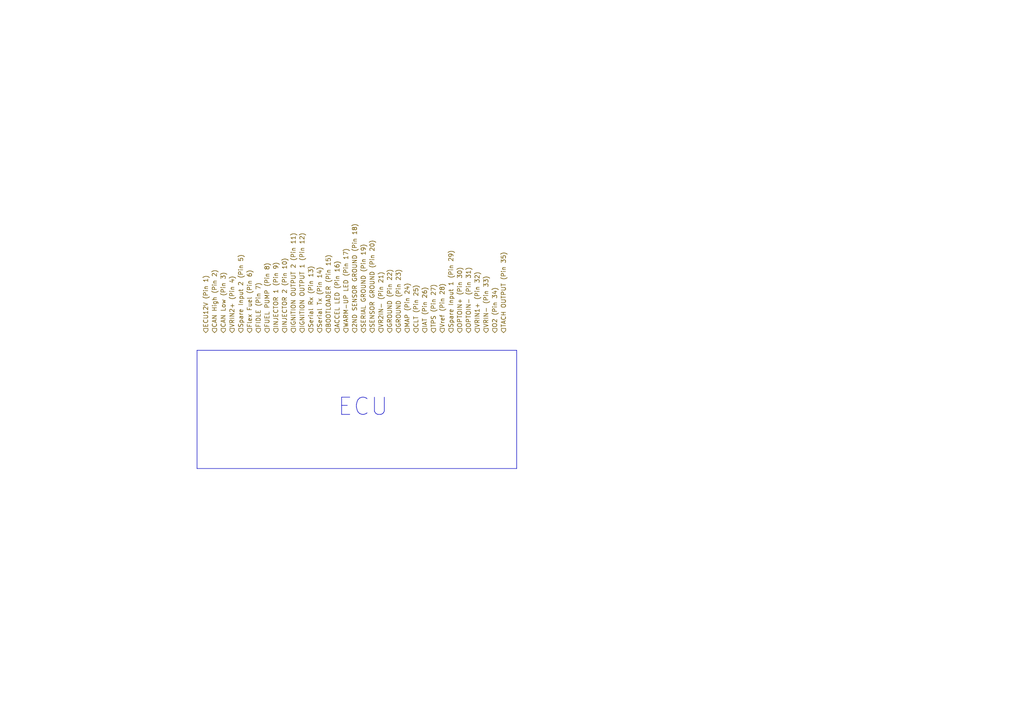
<source format=kicad_sch>
(kicad_sch (version 20230121) (generator eeschema)
  (paper "A4")
  (lib_symbols)
  (polyline (pts (xy 57.15 101.6) (xy 57.15 135.89)))
  (polyline (pts (xy 57.15 135.89) (xy 149.86 135.89)))
  (polyline (pts (xy 57.15 101.6) (xy 149.86 101.6)))
  (polyline (pts (xy 149.86 135.89) (xy 149.86 101.6)))
  (text "ECU\n\n\n" (at 97.79 137.16 0) (effects (font (size 5 5)) (justify left bottom)))
  (hierarchical_label "CAN Low (Pin 3)" (shape input) (at 64.77 96.52 90))
  (hierarchical_label "INJECTOR 2 (Pin 10)" (shape input) (at 82.55 96.52 90))
  (hierarchical_label "TACH OUTPUT (Pin 35)" (shape input) (at 146.05 96.52 90))
  (hierarchical_label "BOOTLOADER (Pin 15)" (shape input) (at 95.25 96.52 90))
  (hierarchical_label "Spare Input 1 (Pin 29)" (shape input) (at 130.81 96.52 90))
  (hierarchical_label "FUEL PUMP (Pin 8)" (shape input) (at 77.47 96.52 90))
  (hierarchical_label "ECU12V (Pin 1)" (shape input) (at 59.69 96.52 90))
  (hierarchical_label "VRIN2+ (Pin 4)" (shape input) (at 67.31 96.52 90))
  (hierarchical_label "OPTOIN- (Pin 31)" (shape input) (at 135.89 96.52 90))
  (hierarchical_label "OPTOIN+ (Pin 30)" (shape input) (at 133.35 96.52 90))
  (hierarchical_label "MAP (Pin 24)" (shape input) (at 118.11 96.52 90))
  (hierarchical_label "INJECTOR 1 (Pin 9)" (shape input) (at 80.01 96.52 90))
  (hierarchical_label "GROUND (Pin 23)" (shape input) (at 115.57 96.52 90))
  (hierarchical_label "IGNITION OUTPUT 1 (Pin 12)" (shape input) (at 87.63 96.52 90))
  (hierarchical_label "CAN High (Pin 2)" (shape input) (at 62.23 96.52 90))
  (hierarchical_label "TPS (Pin 27)" (shape input) (at 125.73 96.52 90))
  (hierarchical_label "IAT (Pin 26)" (shape input) (at 123.19 96.52 90))
  (hierarchical_label "FIDLE (Pin 7)" (shape input) (at 74.93 96.52 90))
  (hierarchical_label "Spare Input 2 (Pin 5)" (shape input) (at 69.85 96.52 90))
  (hierarchical_label "GROUND (Pin 22)" (shape input) (at 113.03 96.52 90))
  (hierarchical_label "WARM-UP LED (Pin 17)" (shape input) (at 100.33 96.52 90))
  (hierarchical_label "VRIN- (Pin 33)" (shape input) (at 140.97 96.52 90))
  (hierarchical_label "Serial Tx (Pin 14)" (shape input) (at 92.71 96.52 90))
  (hierarchical_label "VR2IN- (Pin 21)" (shape input) (at 110.49 96.52 90))
  (hierarchical_label "CLT (Pin 25)" (shape input) (at 120.65 96.52 90))
  (hierarchical_label "SENSOR GROUND (Pin 20)" (shape input) (at 107.95 96.52 90))
  (hierarchical_label "Serial Rx (Pin 13)" (shape input) (at 90.17 96.52 90))
  (hierarchical_label "VRIN1+ (Pin 32)" (shape input) (at 138.43 96.52 90))
  (hierarchical_label "2ND SENSOR GROUND (Pin 18)" (shape input) (at 102.87 96.52 90))
  (hierarchical_label "Vref (Pin 28)" (shape input) (at 128.27 96.52 90))
  (hierarchical_label "ACCEL LED (Pin 16)" (shape input) (at 97.79 96.52 90))
  (hierarchical_label "O2 (Pin 34)" (shape input) (at 143.51 96.52 90))
  (hierarchical_label "Flex Fuel (Pin 6)" (shape input) (at 72.39 96.52 90))
  (hierarchical_label "SERIAL GROUND (Pin 19)" (shape input) (at 105.41 96.52 90))
  (hierarchical_label "IGNITION OUTPUT 2 (Pin 11)" (shape input) (at 85.09 96.52 90))
)
</source>
